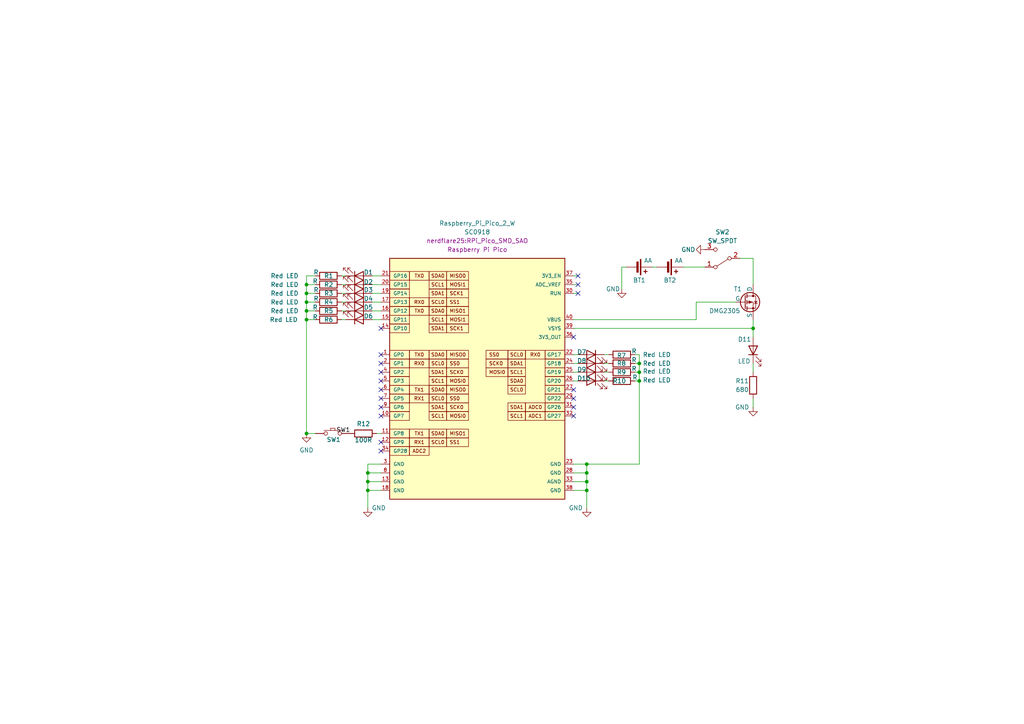
<source format=kicad_sch>
(kicad_sch (version 20231120) (generator "eeschema") (generator_version "8.0")
  (paper "A4")
  (lib_symbols
    (symbol ".badge24:Battery_Cell" (pin_numbers hide) (pin_names (offset 0) hide)
      (property "Reference" "BT" (at 2.54 2.54 0))
      (property "Value" "Battery_Cell" (at 2.54 0 0))
      (symbol "Battery_Cell_0_1"
        (rectangle (start -2.286 1.778) (end 2.286 1.524) (fill (type outline)))
        (rectangle (start -1.524 1.016) (end 1.524 0.508) (fill (type outline)))
        (polyline (pts (xy 0 0.762) (xy 0 0)))
        (polyline (pts (xy 0 1.778) (xy 0 2.54)))
        (polyline (pts (xy 0.762 3.048) (xy 1.778 3.048)) (stroke (width 0.254)))
        (polyline (pts (xy 1.27 3.556) (xy 1.27 2.54)) (stroke (width 0.254)))
      )
      (symbol "Battery_Cell_1_1"
        (pin passive line (at 0 5.08 270) (length 2.54) (name "+") (number "1"))
        (pin passive line (at 0 -2.54 90) (length 2.54) (name "-") (number "2"))
      )
    )
    (symbol ".badge24:DMG2305" (pin_numbers hide) (pin_names (offset 0))
      (property "Reference" "Q" (at 5.08 1.905 0))
      (property "Value" "DMG2305" (at 5.08 0 0))
      (symbol "DMG2305_0_1"
        (polyline (pts (xy 0.254 0) (xy -1.27 0)))
        (polyline (pts (xy 0.254 1.905) (xy 0.254 -1.905)) (stroke (width 0.254)))
        (polyline (pts (xy 0.762 -1.27) (xy 0.762 -2.286)) (stroke (width 0.254)))
        (polyline (pts (xy 0.762 0.508) (xy 0.762 -0.508)) (stroke (width 0.254)))
        (polyline (pts (xy 0.762 2.286) (xy 0.762 1.27)) (stroke (width 0.254)))
        (polyline (pts (xy 2.54 2.54) (xy 2.54 1.778)))
        (polyline (pts (xy 2.54 -2.54) (xy 2.54 0) (xy 0.762 0)))
        (polyline (pts (xy 0.762 1.778) (xy 3.302 1.778) (xy 3.302 -1.778) (xy 0.762 -1.778)))
        (polyline (pts (xy 2.286 0) (xy 1.27 0.381) (xy 1.27 -0.381) (xy 2.286 0)) (fill (type outline)))
        (polyline (pts (xy 2.794 -0.508) (xy 2.921 -0.381) (xy 3.683 -0.381) (xy 3.81 -0.254)))
        (polyline (pts (xy 3.302 -0.381) (xy 2.921 0.254) (xy 3.683 0.254) (xy 3.302 -0.381)))
        (circle (center 1.651 0) (radius 2.794) (stroke (width 0.254)))
        (circle (center 2.54 -1.778) (radius 0.254) (fill (type outline)))
        (circle (center 2.54 1.778) (radius 0.254) (fill (type outline)))
      )
      (symbol "DMG2305_1_1"
        (pin input line (at -2.54 0 0) (length 1.27) (name "G") (number "1"))
        (pin passive line (at 2.54 -5.08 90) (length 2.54) (name "S") (number "2"))
        (pin passive line (at 2.54 5.08 270) (length 2.54) (name "D") (number "3"))
      )
    )
    (symbol ".badge24:GND" (power) (pin_numbers hide) (pin_names (offset 0) hide)
      (property "Value" "GND" (at 0 -3.81 0))
      (symbol "GND_0_1"
        (polyline (pts (xy 0 0) (xy 0 -1.27) (xy 1.27 -1.27) (xy 0 -2.54) (xy -1.27 -1.27) (xy 0 -1.27)))
      )
      (symbol "GND_1_1"
        (pin power_in line (at 0 0 270) (length 0) (name "~") (number "1"))
      )
    )
    (symbol ".badge24:SW_Push" (pin_numbers hide) (pin_names (offset 1.016) hide)
      (property "Reference" "SW" (at 1.27 2.54 0))
      (property "Value" "SW_Push" (at 0 -1.524 0))
      (symbol "SW_Push_0_1"
        (circle (center -2.032 0) (radius 0.508))
        (polyline (pts (xy -0.635 0.889) (xy -0.635 1.524)))
        (polyline (pts (xy -0.635 1.524) (xy 0.635 1.524)))
        (polyline (pts (xy 0.635 0.889) (xy 0.635 1.524)))
        (polyline (pts (xy 2.54 0.889) (xy -2.54 0.889)))
        (circle (center 2.032 0) (radius 0.508))
        (pin passive line (at -5.08 0 0) (length 2.54) (name "1") (number "1"))
        (pin passive line (at 5.08 0 180) (length 2.54) (name "2") (number "2"))
      )
    )
    (symbol "Device:LED" (pin_numbers hide) (pin_names (offset 1.016) hide)
      (property "Reference" "D" (at 0 2.54 0))
      (property "Value" "LED" (at 0 -2.54 0))
      (symbol "LED_0_1"
        (polyline (pts (xy -1.27 -1.27) (xy -1.27 1.27)) (stroke (width 0.254)))
        (polyline (pts (xy -1.27 0) (xy 1.27 0)))
        (polyline (pts (xy 1.27 -1.27) (xy 1.27 1.27) (xy -1.27 0) (xy 1.27 -1.27)) (stroke (width 0.254)))
        (polyline (pts (xy -3.048 -0.762) (xy -4.572 -2.286) (xy -3.81 -2.286) (xy -4.572 -2.286) (xy -4.572 -1.524)))
        (polyline (pts (xy -1.778 -0.762) (xy -3.302 -2.286) (xy -2.54 -2.286) (xy -3.302 -2.286) (xy -3.302 -1.524)))
      )
      (symbol "LED_1_1"
        (pin passive line (at -3.81 0 0) (length 2.54) (name "K") (number "1"))
        (pin passive line (at 3.81 0 180) (length 2.54) (name "A") (number "2"))
      )
    )
    (symbol "Device:R" (pin_numbers hide) (pin_names (offset 0))
      (property "Reference" "R" (at 2.032 0 90))
      (property "Value" "R" (at 0 0 90))
      (symbol "R_0_1"
        (rectangle (start -1.016 -2.54) (end 1.016 2.54) (stroke (width 0.254)))
      )
      (symbol "R_1_1"
        (pin passive line (at 0 3.81 270) (length 1.27) (name "~") (number "1"))
        (pin passive line (at 0 -3.81 90) (length 1.27) (name "~") (number "2"))
      )
    )
    (symbol "NerdFlare25:SC0918" (pin_names (offset 1.016))
      (property "Reference" "A1" (at -24.13 55.88 0))
      (property "Value" "SC0918" (at 20.955 55.88 0))
      (property "Footprint" "Raspberry Pi:MODULE_SC0918" (at -1.27 59.69 0))
      (property "manufacturer" "Raspberry Pi Pico" (at -1.27 57.15 0))
      (symbol "SC0918_0_0"
        (text_box "ADC0" (at 13.97 12.7 0) (size 5.715 -2.54) (effects (font (size 1.016 1.016)) (justify left)))
        (text_box "ADC1" (at 13.97 10.16 0) (size 5.715 -2.54) (effects (font (size 1.016 1.016)) (justify left)))
        (text_box "ADC2" (at -13.97 0 0) (size -5.715 -2.54) (effects (font (size 1.016 1.016)) (justify left)))
        (text_box "MISO0" (at -8.89 17.78 0) (size 6.35 -2.54) (effects (font (size 1.016 1.016)) (justify left)))
        (text_box "MISO0" (at -8.89 27.94 0) (size 6.35 -2.54) (effects (font (size 1.016 1.016)) (justify left)))
        (text_box "MISO0" (at -2.54 50.8 0) (size -6.35 -2.54) (effects (font (size 1.016 1.016)) (justify left)))
        (text_box "MISO1" (at -8.89 5.08 0) (size 6.35 -2.54) (effects (font (size 1.016 1.016)) (justify left)))
        (text_box "MISO1" (at -8.89 38.1 0) (size 6.35 2.54) (effects (font (size 1.016 1.016)) (justify left)))
        (text_box "MOSI0" (at -8.89 10.16 0) (size 6.35 -2.54) (effects (font (size 1.016 1.016)) (justify left)))
        (text_box "MOSI0" (at -8.89 20.32 0) (size 6.35 -2.54) (effects (font (size 1.016 1.016)) (justify left)))
        (text_box "MOSI0" (at 2.54 22.86 0) (size 6.35 -2.54) (effects (font (size 1.016 1.016)) (justify left)))
        (text_box "MOSI1" (at -8.89 35.56 0) (size 6.35 2.54) (effects (font (size 1.016 1.016)) (justify left)))
        (text_box "MOSI1" (at -8.89 45.72 0) (size 6.35 2.54) (effects (font (size 1.016 1.016)) (justify left)))
        (text_box "RX0" (at -19.685 25.4 0) (size 5.715 -2.54) (effects (font (size 1.016 1.016))))
        (text_box "RX0" (at -19.685 40.64 0) (size 5.715 2.54) (effects (font (size 1.016 1.016))))
        (text_box "RX0" (at 13.97 27.94 0) (size 5.715 -2.54) (effects (font (size 1.016 1.016))))
        (text_box "RX1" (at -19.685 2.54 0) (size 5.715 -2.54) (effects (font (size 1.016 1.016))))
        (text_box "RX1" (at -19.685 15.24 0) (size 5.715 -2.54) (effects (font (size 1.016 1.016))))
        (text_box "SCK0" (at -8.89 12.7 0) (size 6.35 -2.54) (effects (font (size 1.016 1.016)) (justify left)))
        (text_box "SCK0" (at -8.89 22.86 0) (size 6.35 -2.54) (effects (font (size 1.016 1.016)) (justify left)))
        (text_box "SCK0" (at 2.54 25.4 0) (size 6.35 -2.54) (effects (font (size 1.016 1.016)) (justify left)))
        (text_box "SCK1" (at -8.89 33.02 0) (size 6.35 2.54) (effects (font (size 1.016 1.016)) (justify left)))
        (text_box "SCK1" (at -8.89 43.18 0) (size 6.35 2.54) (effects (font (size 1.016 1.016)) (justify left)))
        (text_box "SCL0" (at -13.97 2.54 0) (size 5.08 -2.54) (effects (font (size 1.016 1.016))))
        (text_box "SCL0" (at -13.97 15.24 0) (size 5.08 -2.54) (effects (font (size 1.016 1.016))))
        (text_box "SCL0" (at -13.97 25.4 0) (size 5.08 -2.54) (effects (font (size 1.016 1.016))))
        (text_box "SCL0" (at -13.97 40.64 0) (size 5.08 2.54) (effects (font (size 1.016 1.016))))
        (text_box "SCL0" (at 8.89 17.78 0) (size 5.08 -2.54) (effects (font (size 1.016 1.016))))
        (text_box "SCL0" (at 8.89 27.94 0) (size 5.08 -2.54) (effects (font (size 1.016 1.016))))
        (text_box "SCL1" (at -13.97 10.16 0) (size 5.08 -2.54) (effects (font (size 1.016 1.016))))
        (text_box "SCL1" (at -13.97 20.32 0) (size 5.08 -2.54) (effects (font (size 1.016 1.016))))
        (text_box "SCL1" (at -13.97 35.56 0) (size 5.08 2.54) (effects (font (size 1.016 1.016))))
        (text_box "SCL1" (at -13.97 45.72 0) (size 5.08 2.54) (effects (font (size 1.016 1.016))))
        (text_box "SCL1" (at 8.89 10.16 0) (size 5.08 -2.54) (effects (font (size 1.016 1.016))))
        (text_box "SCL1" (at 8.89 22.86 0) (size 5.08 -2.54) (effects (font (size 1.016 1.016))))
        (text_box "SDA0" (at -13.97 5.08 0) (size 5.08 -2.54) (effects (font (size 1.016 1.016))))
        (text_box "SDA0" (at -13.97 17.78 0) (size 5.08 -2.54) (effects (font (size 1.016 1.016))))
        (text_box "SDA0" (at -13.97 27.94 0) (size 5.08 -2.54) (effects (font (size 1.016 1.016))))
        (text_box "SDA0" (at -13.97 38.1 0) (size 5.08 2.54) (effects (font (size 1.016 1.016))))
        (text_box "SDA0" (at -8.89 50.8 0) (size -5.08 -2.54) (effects (font (size 1.016 1.016))))
        (text_box "SDA0" (at 8.89 20.32 0) (size 5.08 -2.54) (effects (font (size 1.016 1.016))))
        (text_box "SDA1" (at -13.97 12.7 0) (size 5.08 -2.54) (effects (font (size 1.016 1.016))))
        (text_box "SDA1" (at -13.97 22.86 0) (size 5.08 -2.54) (effects (font (size 1.016 1.016))))
        (text_box "SDA1" (at -13.97 33.02 0) (size 5.08 2.54) (effects (font (size 1.016 1.016))))
        (text_box "SDA1" (at -13.97 43.18 0) (size 5.08 2.54) (effects (font (size 1.016 1.016))))
        (text_box "SDA1" (at 8.89 12.7 0) (size 5.08 -2.54) (effects (font (size 1.016 1.016))))
        (text_box "SDA1" (at 8.89 25.4 0) (size 5.08 -2.54) (effects (font (size 1.016 1.016))))
        (text_box "SS0" (at -8.89 15.24 0) (size 6.35 -2.54) (effects (font (size 1.016 1.016)) (justify left)))
        (text_box "SS0" (at -8.89 25.4 0) (size 6.35 -2.54) (effects (font (size 1.016 1.016)) (justify left)))
        (text_box "SS0" (at 2.54 27.94 0) (size 6.35 -2.54) (effects (font (size 1.016 1.016)) (justify left)))
        (text_box "SS1" (at -8.89 2.54 0) (size 6.35 -2.54) (effects (font (size 1.016 1.016)) (justify left)))
        (text_box "SS1" (at -8.89 40.64 0) (size 6.35 2.54) (effects (font (size 1.016 1.016)) (justify left)))
        (text_box "TX0" (at -19.685 27.94 0) (size 5.715 -2.54) (effects (font (size 1.016 1.016))))
        (text_box "TX0" (at -19.685 38.1 0) (size 5.715 2.54) (effects (font (size 1.016 1.016))))
        (text_box "TX0" (at -13.97 50.8 0) (size -5.715 -2.54) (effects (font (size 1.016 1.016))))
        (text_box "TX1" (at -19.685 5.08 0) (size 5.715 -2.54) (effects (font (size 1.016 1.016))))
        (text_box "TX1" (at -19.685 17.78 0) (size 5.715 -2.54) (effects (font (size 1.016 1.016))))
        (pin bidirectional line (at -27.94 26.67 0) (length 2.54) (name "GP0") (number "1"))
        (pin bidirectional line (at -27.94 8.89 0) (length 2.54) (name "GP7") (number "10"))
        (pin bidirectional line (at -27.94 3.81 0) (length 2.54) (name "GP8") (number "11"))
        (pin bidirectional line (at -27.94 1.27 0) (length 2.54) (name "GP9") (number "12"))
        (pin power_in line (at -27.94 -10.16 0) (length 2.54) (name "GND") (number "13"))
        (pin bidirectional line (at -27.94 34.29 0) (length 2.54) (name "GP10") (number "14"))
        (pin bidirectional line (at -27.94 36.83 0) (length 2.54) (name "GP11") (number "15"))
        (pin bidirectional line (at -27.94 39.37 0) (length 2.54) (name "GP12") (number "16"))
        (pin bidirectional line (at -27.94 41.91 0) (length 2.54) (name "GP13") (number "17"))
        (pin power_in line (at -27.94 -12.7 0) (length 2.54) (name "GND") (number "18"))
        (pin bidirectional line (at -27.94 44.45 0) (length 2.54) (name "GP14") (number "19"))
        (pin bidirectional line (at -27.94 24.13 0) (length 2.54) (name "GP1") (number "2"))
        (pin bidirectional line (at -27.94 46.99 0) (length 2.54) (name "GP15") (number "20"))
        (pin bidirectional line (at -27.94 49.53 0) (length 2.54) (name "GP16") (number "21"))
        (pin bidirectional line (at 27.94 26.67 180) (length 2.54) (name "GP17") (number "22"))
        (pin power_in line (at 27.94 -5.08 180) (length 2.54) (name "GND") (number "23"))
        (pin bidirectional line (at 27.94 24.13 180) (length 2.54) (name "GP18") (number "24"))
        (pin bidirectional line (at 27.94 21.59 180) (length 2.54) (name "GP19") (number "25"))
        (pin bidirectional line (at 27.94 19.05 180) (length 2.54) (name "GP20") (number "26"))
        (pin bidirectional line (at 27.94 16.51 180) (length 2.54) (name "GP21") (number "27"))
        (pin power_in line (at 27.94 -7.62 180) (length 2.54) (name "GND") (number "28"))
        (pin bidirectional line (at 27.94 13.97 180) (length 2.54) (name "GP22") (number "29"))
        (pin power_in line (at -27.94 -5.08 0) (length 2.54) (name "GND") (number "3"))
        (pin input line (at 27.94 44.45 180) (length 2.54) (name "RUN") (number "30"))
        (pin bidirectional line (at 27.94 11.43 180) (length 2.54) (name "GP26") (number "31"))
        (pin bidirectional line (at 27.94 8.89 180) (length 2.54) (name "GP27") (number "32"))
        (pin power_in line (at 27.94 -10.16 180) (length 2.54) (name "AGND") (number "33"))
        (pin bidirectional line (at -27.94 -1.27 0) (length 2.54) (name "GP28") (number "34"))
        (pin power_in line (at 27.94 46.99 180) (length 2.54) (name "ADC_VREF") (number "35"))
        (pin power_in line (at 27.94 31.75 180) (length 2.54) (name "3V3_OUT") (number "36"))
        (pin input line (at 27.94 49.53 180) (length 2.54) (name "3V3_EN") (number "37"))
        (pin power_in line (at 27.94 -12.7 180) (length 2.54) (name "GND") (number "38"))
        (pin free line (at 27.94 34.29 180) (length 2.54) (name "VSYS") (number "39"))
        (pin bidirectional line (at -27.94 21.59 0) (length 2.54) (name "GP2") (number "4"))
        (pin free line (at 27.94 36.83 180) (length 2.54) (name "VBUS") (number "40"))
        (pin bidirectional line (at -27.94 19.05 0) (length 2.54) (name "GP3") (number "5"))
        (pin bidirectional line (at -27.94 16.51 0) (length 2.54) (name "GP4") (number "6"))
        (pin bidirectional line (at -27.94 13.97 0) (length 2.54) (name "GP5") (number "7"))
        (pin power_in line (at -27.94 -7.62 0) (length 2.54) (name "GND") (number "8"))
        (pin bidirectional line (at -27.94 11.43 0) (length 2.54) (name "GP6") (number "9"))
      )
      (symbol "SC0918_0_1"
        (rectangle (start -25.4 2.54) (end -19.685 0))
        (rectangle (start -25.4 5.08) (end -19.685 2.54))
        (rectangle (start -25.4 10.16) (end -19.685 7.62))
        (rectangle (start -25.4 12.7) (end -19.685 10.16))
        (rectangle (start -25.4 15.24) (end -19.685 12.7))
        (rectangle (start -25.4 17.78) (end -19.685 15.24))
        (rectangle (start -25.4 20.32) (end -19.685 17.78))
        (rectangle (start -25.4 22.86) (end -19.685 20.32))
        (rectangle (start -25.4 25.4) (end -19.685 22.86))
        (rectangle (start -25.4 27.94) (end -19.685 25.4))
        (rectangle (start -25.4 33.02) (end -19.685 35.56))
        (rectangle (start -25.4 35.56) (end -19.685 38.1))
        (rectangle (start -25.4 38.1) (end -19.685 40.64))
        (rectangle (start -25.4 40.64) (end -19.685 43.18))
        (rectangle (start -25.4 43.18) (end -19.685 45.72))
        (rectangle (start -25.4 45.72) (end -19.685 48.26))
        (rectangle (start -19.685 0) (end -25.4 -2.54))
        (rectangle (start -19.685 50.8) (end -25.4 48.26))
        (rectangle (start 19.685 10.16) (end 25.4 7.62))
        (rectangle (start 19.685 12.7) (end 25.4 10.16))
        (rectangle (start 19.685 15.24) (end 25.4 12.7))
        (rectangle (start 19.685 17.78) (end 25.4 15.24))
        (rectangle (start 19.685 20.32) (end 25.4 17.78))
        (rectangle (start 19.685 22.86) (end 25.4 20.32))
        (rectangle (start 19.685 25.4) (end 25.4 22.86))
        (rectangle (start 19.685 27.94) (end 25.4 25.4))
      )
      (symbol "SC0918_1_0"
        (rectangle (start -25.4 54.61) (end 25.4 -15.24) (stroke (width 0.254)) (fill (type background)))
      )
    )
    (symbol "Switch:SW_SPDT" (pin_names (offset 0) hide)
      (property "Reference" "SW" (at 0 4.318 0))
      (property "Value" "SW_SPDT" (at 0 -5.08 0))
      (symbol "SW_SPDT_0_0"
        (circle (center -2.032 0) (radius 0.508))
        (circle (center 2.032 -2.54) (radius 0.508))
      )
      (symbol "SW_SPDT_0_1"
        (polyline (pts (xy -1.524 0.254) (xy 1.651 2.286)))
        (circle (center 2.032 2.54) (radius 0.508))
      )
      (symbol "SW_SPDT_1_1"
        (pin passive line (at 5.08 2.54 180) (length 2.54) (name "A") (number "1"))
        (pin passive line (at -5.08 0 0) (length 2.54) (name "B") (number "2"))
        (pin passive line (at 5.08 -2.54 180) (length 2.54) (name "C") (number "3"))
      )
    )
  )
  (junction (at 88.9 82.55))
  (junction (at 170.18 139.7))
  (junction (at 88.9 85.09))
  (junction (at 106.68 139.7))
  (junction (at 88.9 90.17))
  (junction (at 185.42 110.49))
  (junction (at 170.18 134.62))
  (junction (at 170.18 137.16))
  (junction (at 106.68 142.24))
  (junction (at 88.9 87.63))
  (junction (at 218.44 95.25))
  (junction (at 185.42 105.41))
  (junction (at 185.42 107.95))
  (junction (at 170.18 142.24))
  (junction (at 106.68 137.16))
  (junction (at 88.9 92.71))
  (junction (at 88.9 125.73))
  (no_connect (at 167.64 82.55))
  (no_connect (at 166.37 97.79))
  (no_connect (at 110.49 95.25))
  (no_connect (at 110.49 128.27))
  (no_connect (at 166.37 120.65))
  (no_connect (at 110.49 115.57))
  (no_connect (at 166.37 113.03))
  (no_connect (at 110.49 120.65))
  (no_connect (at 110.49 118.11))
  (no_connect (at 110.49 130.81))
  (no_connect (at 167.64 80.01))
  (no_connect (at 110.49 107.95))
  (no_connect (at 110.49 105.41))
  (no_connect (at 167.64 85.09))
  (no_connect (at 166.37 118.11))
  (no_connect (at 110.49 110.49))
  (no_connect (at 110.49 102.87))
  (no_connect (at 166.37 115.57))
  (no_connect (at 110.49 113.03))
  (wire (pts (xy 88.9 92.71) (xy 88.9 125.73)))
  (wire (pts (xy 166.37 102.87) (xy 167.64 102.87)))
  (wire (pts (xy 180.34 77.47) (xy 180.34 83.82)))
  (wire (pts (xy 166.37 139.7) (xy 170.18 139.7)))
  (wire (pts (xy 181.61 77.47) (xy 180.34 77.47)))
  (wire (pts (xy 106.68 134.62) (xy 106.68 137.16)))
  (wire (pts (xy 175.26 110.49) (xy 176.53 110.49)))
  (wire (pts (xy 100.33 87.63) (xy 99.06 87.63)))
  (wire (pts (xy 88.9 85.09) (xy 88.9 87.63)))
  (wire (pts (xy 184.15 102.87) (xy 185.42 102.87)))
  (wire (pts (xy 166.37 107.95) (xy 167.64 107.95)))
  (wire (pts (xy 166.37 85.09) (xy 167.64 85.09)))
  (wire (pts (xy 185.42 107.95) (xy 185.42 110.49)))
  (wire (pts (xy 166.37 105.41) (xy 167.64 105.41)))
  (wire (pts (xy 218.44 115.57) (xy 218.44 118.11)))
  (wire (pts (xy 88.9 85.09) (xy 91.44 85.09)))
  (wire (pts (xy 106.68 137.16) (xy 110.49 137.16)))
  (wire (pts (xy 184.15 105.41) (xy 185.42 105.41)))
  (wire (pts (xy 88.9 80.01) (xy 88.9 82.55)))
  (wire (pts (xy 106.68 142.24) (xy 106.68 147.32)))
  (wire (pts (xy 185.42 105.41) (xy 185.42 107.95)))
  (wire (pts (xy 166.37 137.16) (xy 170.18 137.16)))
  (wire (pts (xy 88.9 82.55) (xy 91.44 82.55)))
  (wire (pts (xy 170.18 142.24) (xy 170.18 147.32)))
  (wire (pts (xy 218.44 92.71) (xy 218.44 95.25)))
  (wire (pts (xy 175.26 102.87) (xy 176.53 102.87)))
  (wire (pts (xy 88.9 87.63) (xy 88.9 90.17)))
  (wire (pts (xy 99.06 80.01) (xy 100.33 80.01)))
  (wire (pts (xy 106.68 142.24) (xy 110.49 142.24)))
  (wire (pts (xy 110.49 82.55) (xy 107.95 82.55)))
  (wire (pts (xy 107.95 92.71) (xy 110.49 92.71)))
  (wire (pts (xy 100.33 85.09) (xy 99.06 85.09)))
  (wire (pts (xy 88.9 90.17) (xy 88.9 92.71)))
  (wire (pts (xy 170.18 134.62) (xy 170.18 137.16)))
  (wire (pts (xy 190.5 77.47) (xy 189.23 77.47)))
  (wire (pts (xy 88.9 80.01) (xy 91.44 80.01)))
  (wire (pts (xy 218.44 97.79) (xy 218.44 95.25)))
  (wire (pts (xy 106.68 134.62) (xy 110.49 134.62)))
  (wire (pts (xy 201.93 87.63) (xy 201.93 92.71)))
  (wire (pts (xy 106.68 139.7) (xy 110.49 139.7)))
  (wire (pts (xy 175.26 105.41) (xy 176.53 105.41)))
  (wire (pts (xy 185.42 102.87) (xy 185.42 105.41)))
  (wire (pts (xy 107.95 87.63) (xy 110.49 87.63)))
  (wire (pts (xy 170.18 137.16) (xy 170.18 139.7)))
  (wire (pts (xy 100.33 82.55) (xy 99.06 82.55)))
  (wire (pts (xy 107.95 90.17) (xy 110.49 90.17)))
  (wire (pts (xy 213.36 87.63) (xy 201.93 87.63)))
  (wire (pts (xy 175.26 107.95) (xy 176.53 107.95)))
  (wire (pts (xy 166.37 92.71) (xy 201.93 92.71)))
  (wire (pts (xy 170.18 139.7) (xy 170.18 142.24)))
  (wire (pts (xy 107.95 85.09) (xy 110.49 85.09)))
  (wire (pts (xy 166.37 95.25) (xy 218.44 95.25)))
  (wire (pts (xy 91.44 90.17) (xy 88.9 90.17)))
  (wire (pts (xy 214.63 74.93) (xy 218.44 74.93)))
  (wire (pts (xy 166.37 134.62) (xy 170.18 134.62)))
  (wire (pts (xy 107.95 80.01) (xy 110.49 80.01)))
  (wire (pts (xy 185.42 110.49) (xy 185.42 134.62)))
  (wire (pts (xy 184.15 110.49) (xy 185.42 110.49)))
  (wire (pts (xy 100.33 92.71) (xy 99.06 92.71)))
  (wire (pts (xy 106.68 139.7) (xy 106.68 142.24)))
  (wire (pts (xy 218.44 105.41) (xy 218.44 107.95)))
  (wire (pts (xy 91.44 92.71) (xy 88.9 92.71)))
  (wire (pts (xy 166.37 110.49) (xy 167.64 110.49)))
  (wire (pts (xy 88.9 82.55) (xy 88.9 85.09)))
  (wire (pts (xy 218.44 74.93) (xy 218.44 82.55)))
  (wire (pts (xy 106.68 137.16) (xy 106.68 139.7)))
  (wire (pts (xy 88.9 125.73) (xy 91.44 125.73)))
  (wire (pts (xy 109.22 125.73) (xy 110.49 125.73)))
  (wire (pts (xy 167.64 82.55) (xy 166.37 82.55)))
  (wire (pts (xy 166.37 142.24) (xy 170.18 142.24)))
  (wire (pts (xy 184.15 107.95) (xy 185.42 107.95)))
  (wire (pts (xy 185.42 134.62) (xy 170.18 134.62)))
  (wire (pts (xy 100.33 90.17) (xy 99.06 90.17)))
  (wire (pts (xy 198.12 77.47) (xy 204.47 77.47)))
  (wire (pts (xy 167.64 80.01) (xy 166.37 80.01)))
  (wire (pts (xy 91.44 87.63) (xy 88.9 87.63)))
  (label "SW1" (at 101.6 125.73 180))
  (symbol (lib_id "Device:R") (at 180.34 102.87 90) (mirror x) (unit 1)
    (property "Reference" "R7" (at 181.61 103.124 90) (effects (justify left)))
    (property "Value" "R" (at 184.658 101.854 90) (effects (justify left)))
    (property "Footprint" "Resistor_SMD:R_1206_3216Metric_Pad1.30x1.75mm_HandSolder" (effects (hide yes)))
    (property "Description" "Resistor" (effects (hide yes)))
  )
  (symbol (lib_id "Device:R") (at 180.34 110.49 90) (mirror x) (unit 1)
    (property "Reference" "R10" (at 181.61 110.49 90) (effects (justify left)))
    (property "Value" "R" (at 184.912 109.474 90) (effects (justify left)))
    (property "Footprint" "Resistor_SMD:R_1206_3216Metric_Pad1.30x1.75mm_HandSolder" (effects (hide yes)))
    (property "Description" "Resistor" (effects (hide yes)))
  )
  (symbol (lib_id "Device:LED") (at 218.44 101.6 90) (unit 1)
    (property "Reference" "D11" (at 213.995 98.425 90) (effects (font (thickness 0.1588)) (justify right)))
    (property "Value" "LED" (at 213.995 104.775 90) (effects (justify right)))
    (property "Footprint" "LED_SMD:LED_0805_2012Metric_Pad1.15x1.40mm_HandSolder" (effects (hide yes)))
    (property "Description" "Light emitting diode" (effects (hide yes)))
  )
  (symbol (lib_id ".badge24:Battery_Cell") (at 193.04 77.47 270) (unit 1)
    (property "Reference" "BT2" (at 194.31 81.28 90) (effects (font (thickness 0.1588))))
    (property "Value" "AA" (at 196.85 75.565 90))
    (property "Footprint" "nerdflare25:BatteryHolder_Keystone_2460_1xAA_SAO" (effects (hide yes)))
    (property "Datasheet" "https://www.keyelco.com/userAssets/file/M65p28.pdf" (effects (hide yes)))
    (property "Description" "Single-cell battery" (effects (hide yes)))
  )
  (symbol (lib_id "Device:LED") (at 171.45 102.87 0) (mirror y) (unit 1)
    (property "Reference" "D7" (at 167.386 102.108 0) (effects (justify right)))
    (property "Value" "Red LED" (at 186.436 102.87 0) (effects (justify right)))
    (property "Footprint" "nerdflare25:Wurth WL-SMSW Series SMT Mono-color Side view LED" (effects (hide yes)))
    (property "Datasheet" "https://www.we-online.com/components/products/datasheet/155124BS73200.pdf" (effects (hide yes)))
    (property "Description" "Light emitting diode" (effects (hide yes)))
  )
  (symbol (lib_id "Device:R") (at 218.44 111.76 0) (unit 1)
    (property "Reference" "R11" (at 215.265 110.49 0) (effects (font (thickness 0.1588))))
    (property "Value" "680" (at 215.265 113.03 0))
    (property "Footprint" "Resistor_SMD:R_1206_3216Metric_Pad1.30x1.75mm_HandSolder" (effects (hide yes)))
    (property "Description" "Resistor" (effects (hide yes)))
  )
  (symbol (lib_id "Device:LED") (at 104.14 92.71 0) (mirror x) (unit 1)
    (property "Reference" "D6" (at 108.204 91.694 0) (effects (justify right)))
    (property "Value" "Red LED" (at 86.36 92.71 0) (effects (justify right)))
    (property "Footprint" "nerdflare25:Wurth WL-SMSW Series SMT Mono-color Side view LED" (effects (hide yes)))
    (property "Datasheet" "https://www.we-online.com/components/products/datasheet/155124BS73200.pdf" (effects (hide yes)))
    (property "Description" "Light emitting diode" (effects (hide yes)))
  )
  (symbol (lib_id "Device:R") (at 180.34 105.41 90) (mirror x) (unit 1)
    (property "Reference" "R8" (at 181.61 105.41 90) (effects (justify left)))
    (property "Value" "R" (at 184.658 104.394 90) (effects (justify left)))
    (property "Footprint" "Resistor_SMD:R_1206_3216Metric_Pad1.30x1.75mm_HandSolder" (effects (hide yes)))
    (property "Description" "Resistor" (effects (hide yes)))
  )
  (symbol (lib_id "Device:LED") (at 171.45 105.41 0) (mirror y) (unit 1)
    (property "Reference" "D8" (at 167.386 104.648 0) (effects (justify right)))
    (property "Value" "Red LED" (at 186.436 105.41 0) (effects (justify right)))
    (property "Footprint" "nerdflare25:Wurth WL-SMSW Series SMT Mono-color Side view LED" (effects (hide yes)))
    (property "Datasheet" "https://www.we-online.com/components/products/datasheet/155124BS73200.pdf" (effects (hide yes)))
    (property "Description" "Light emitting diode" (effects (hide yes)))
  )
  (symbol (lib_id "Device:R") (at 95.25 80.01 270) (mirror x) (unit 1)
    (property "Reference" "R1" (at 93.98 80.01 90) (effects (justify left)))
    (property "Value" "R" (at 90.932 78.994 90) (effects (justify left)))
    (property "Footprint" "Resistor_SMD:R_1206_3216Metric_Pad1.30x1.75mm_HandSolder" (effects (hide yes)))
    (property "Description" "Resistor" (effects (hide yes)))
  )
  (symbol (lib_id ".badge24:GND") (at 218.44 118.11 0) (mirror y) (unit 1)
    (property "Reference" "#PWR6" (effects (hide yes)))
    (property "Value" "GND" (at 215.265 118.11 0))
    (property "Description" "Power symbol creates a global label with name \"GND\" , ground" (effects (hide yes)))
  )
  (symbol (lib_id "Device:R") (at 95.25 82.55 270) (mirror x) (unit 1)
    (property "Reference" "R2" (at 93.98 82.55 90) (effects (justify left)))
    (property "Value" "R" (at 90.678 81.534 90) (effects (justify left)))
    (property "Footprint" "Resistor_SMD:R_1206_3216Metric_Pad1.30x1.75mm_HandSolder" (effects (hide yes)))
    (property "Description" "Resistor" (effects (hide yes)))
  )
  (symbol (lib_id "Device:LED") (at 104.14 82.55 0) (mirror x) (unit 1)
    (property "Reference" "D2" (at 108.204 81.788 0) (effects (justify right)))
    (property "Value" "Red LED" (at 86.614 82.55 0) (effects (justify right)))
    (property "Footprint" "nerdflare25:Wurth WL-SMSW Series SMT Mono-color Side view LED" (effects (hide yes)))
    (property "Datasheet" "https://www.we-online.com/components/products/datasheet/155124BS73200.pdf" (effects (hide yes)))
    (property "Description" "Light emitting diode" (effects (hide yes)))
  )
  (symbol (lib_id "Device:R") (at 95.25 87.63 270) (mirror x) (unit 1)
    (property "Reference" "R4" (at 93.98 87.63 90) (effects (justify left)))
    (property "Value" "R" (at 90.932 86.614 90) (effects (justify left)))
    (property "Footprint" "Resistor_SMD:R_1206_3216Metric_Pad1.30x1.75mm_HandSolder" (effects (hide yes)))
    (property "Description" "Resistor" (effects (hide yes)))
  )
  (symbol (lib_id "Device:LED") (at 104.14 90.17 0) (mirror x) (unit 1)
    (property "Reference" "D5" (at 108.204 89.154 0) (effects (justify right)))
    (property "Value" "Red LED" (at 86.614 90.17 0) (effects (justify right)))
    (property "Footprint" "nerdflare25:Wurth WL-SMSW Series SMT Mono-color Side view LED" (effects (hide yes)))
    (property "Datasheet" "https://www.we-online.com/components/products/datasheet/155124BS73200.pdf" (effects (hide yes)))
    (property "Description" "Light emitting diode" (effects (hide yes)))
  )
  (symbol (lib_id "Device:LED") (at 104.14 87.63 0) (mirror x) (unit 1)
    (property "Reference" "D4" (at 108.204 86.614 0) (effects (justify right)))
    (property "Value" "Red LED" (at 86.614 87.63 0) (effects (justify right)))
    (property "Footprint" "nerdflare25:Wurth WL-SMSW Series SMT Mono-color Side view LED" (effects (hide yes)))
    (property "Datasheet" "https://www.we-online.com/components/products/datasheet/155124BS73200.pdf" (effects (hide yes)))
    (property "Description" "Light emitting diode" (effects (hide yes)))
  )
  (symbol (lib_id "Switch:SW_SPDT") (at 209.55 74.93 180) (unit 1)
    (property "Reference" "SW2" (at 209.55 67.31 0))
    (property "Value" "SW_SPDT" (at 209.55 69.85 0))
    (property "Footprint" "Button_Switch_SMD:SW_SPDT_PCM12" (effects (hide yes)))
    (property "Datasheet" "https://www.ckswitches.com/media/1424/pcm.pdf" (effects (hide yes)))
  )
  (symbol (lib_id "Device:LED") (at 171.45 107.95 0) (mirror y) (unit 1)
    (property "Reference" "D9" (at 167.386 107.188 0) (effects (justify right)))
    (property "Value" "Red LED" (at 186.436 107.696 0) (effects (justify right)))
    (property "Footprint" "nerdflare25:Wurth WL-SMSW Series SMT Mono-color Side view LED" (effects (hide yes)))
    (property "Datasheet" "https://www.we-online.com/components/products/datasheet/155124BS73200.pdf" (effects (hide yes)))
    (property "Description" "Light emitting diode" (effects (hide yes)))
  )
  (symbol (lib_id "Device:LED") (at 104.14 85.09 0) (mirror x) (unit 1)
    (property "Reference" "D3" (at 108.204 84.074 0) (effects (justify right)))
    (property "Value" "Red LED" (at 86.614 85.09 0) (effects (justify right)))
    (property "Footprint" "nerdflare25:Wurth WL-SMSW Series SMT Mono-color Side view LED" (effects (hide yes)))
    (property "Datasheet" "https://www.we-online.com/components/products/datasheet/155124BS73200.pdf" (effects (hide yes)))
    (property "Description" "Light emitting diode" (effects (hide yes)))
  )
  (symbol (lib_id ".badge24:GND") (at 204.47 72.39 270) (mirror x) (unit 1)
    (property "Reference" "#PWR5" (effects (hide yes)))
    (property "Value" "GND" (at 199.644 72.39 90))
    (property "Description" "Power symbol creates a global label with name \"GND\" , ground" (effects (hide yes)))
  )
  (symbol (lib_id ".badge24:Battery_Cell") (at 184.15 77.47 270) (unit 1)
    (property "Reference" "BT1" (at 185.42 81.28 90) (effects (font (thickness 0.1588))))
    (property "Value" "AA" (at 187.96 75.565 90))
    (property "Footprint" "nerdflare25:BatteryHolder_Keystone_2460_1xAA_SAO" (effects (hide yes)))
    (property "Datasheet" "https://www.keyelco.com/userAssets/file/M65p28.pdf" (effects (hide yes)))
    (property "Description" "Single-cell battery" (effects (hide yes)))
  )
  (symbol (lib_id "NerdFlare25:SC0918") (at 138.43 129.54 0) (unit 1)
    (property "Reference" "Raspberry_Pi_Pico_2_W" (at 138.43 64.77 0))
    (property "Value" "SC0918" (at 138.43 67.31 0))
    (property "Footprint" "nerdflare25:RPi_Pico_SMD_SAO" (at 138.43 69.85 0))
    (property "Datasheet" "https://datasheets.raspberrypi.com/picow/pico-2-w-datasheet.pdf" (effects (hide yes)))
    (property "manufacturer" "Raspberry Pi Pico" (at 138.43 72.39 0))
    (property "P/N" "SC0918" (effects (hide yes)))
    (property "PARTREV" "1.6" (effects (hide yes)))
    (property "MAXIMUM_PACKAGE_HEIGHT" "3.73mm" (effects (hide yes)))
  )
  (symbol (lib_id ".badge24:GND") (at 88.9 125.73 0) (unit 1)
    (property "Reference" "#PWR1" (effects (hide yes)))
    (property "Value" "GND" (at 88.9 130.556 0))
    (property "Description" "Power symbol creates a global label with name \"GND\" , ground" (effects (hide yes)))
  )
  (symbol (lib_id "Device:LED") (at 104.14 80.01 0) (mirror x) (unit 1)
    (property "Reference" "D1" (at 108.204 78.994 0) (effects (justify right)))
    (property "Value" "Red LED" (at 86.614 80.01 0) (effects (justify right)))
    (property "Footprint" "nerdflare25:Wurth WL-SMSW Series SMT Mono-color Side view LED" (effects (hide yes)))
    (property "Datasheet" "https://www.we-online.com/components/products/datasheet/155124BS73200.pdf" (effects (hide yes)))
    (property "Description" "Light emitting diode" (effects (hide yes)))
  )
  (symbol (lib_id "Device:R") (at 95.25 92.71 270) (mirror x) (unit 1)
    (property "Reference" "R6" (at 93.98 92.71 90) (effects (justify left)))
    (property "Value" "R" (at 90.678 91.948 90) (effects (justify left)))
    (property "Footprint" "Resistor_SMD:R_1206_3216Metric_Pad1.30x1.75mm_HandSolder" (effects (hide yes)))
    (property "Description" "Resistor" (effects (hide yes)))
  )
  (symbol (lib_id ".badge24:DMG2305") (at 215.9 87.63 0) (unit 1)
    (property "Reference" "T1" (at 213.995 83.82 0) (effects (font (thickness 0.1588))))
    (property "Value" "DMG2305" (at 210.185 90.17 0))
    (property "Footprint" "nerdflare25:SOT-23_SAO" (effects (hide yes)))
    (property "Datasheet" "https://www.diodes.com/assets/Datasheets/DMG2305UX.pdf" (effects (hide yes)))
    (property "Description" "-5A Id, -20V Vds, P-Channel MOSFET, SOT-23" (effects (hide yes)))
  )
  (symbol (lib_id ".badge24:GND") (at 106.68 147.32 0) (unit 1)
    (property "Reference" "#PWR2" (effects (hide yes)))
    (property "Value" "GND" (at 109.855 147.32 0))
    (property "Description" "Power symbol creates a global label with name \"GND\" , ground" (effects (hide yes)))
  )
  (symbol (lib_id ".badge24:GND") (at 170.18 147.32 0) (mirror y) (unit 1)
    (property "Reference" "#PWR3" (effects (hide yes)))
    (property "Value" "GND" (at 167.005 147.32 0))
    (property "Description" "Power symbol creates a global label with name \"GND\" , ground" (effects (hide yes)))
  )
  (symbol (lib_id "Device:LED") (at 171.45 110.49 0) (mirror y) (unit 1)
    (property "Reference" "D10" (at 167.386 109.728 0) (effects (justify right)))
    (property "Value" "Red LED" (at 186.436 110.236 0) (effects (justify right)))
    (property "Footprint" "nerdflare25:Wurth WL-SMSW Series SMT Mono-color Side view LED" (effects (hide yes)))
    (property "Datasheet" "https://www.we-online.com/components/products/datasheet/155124BS73200.pdf" (effects (hide yes)))
    (property "Description" "Light emitting diode" (effects (hide yes)))
  )
  (symbol (lib_id ".badge24:GND") (at 180.34 83.82 0) (mirror y) (unit 1)
    (property "Reference" "#PWR4" (effects (hide yes)))
    (property "Value" "GND" (at 177.8 83.82 0))
    (property "Description" "Power symbol creates a global label with name \"GND\" , ground" (effects (hide yes)))
  )
  (symbol (lib_id ".badge24:SW_Push") (at 96.52 125.73 0) (unit 1)
    (property "Reference" "SW1" (at 96.774 127.508 0) (effects (font (thickness 0.1588))))
    (property "Value" "SW_Push" (effects (hide yes)))
    (property "Footprint" "nerdflare25:SW_SPST_PTS645_SAO" (effects (hide yes)))
    (property "Datasheet" "https://www.ckswitches.com/media/1471/pts645.pdf" (effects (hide yes)))
    (property "Description" "Push button switch, generic, two pins" (effects (hide yes)))
  )
  (symbol (lib_id "Device:R") (at 105.41 125.73 90) (unit 1)
    (property "Reference" "R12" (at 105.41 122.936 90) (effects (font (thickness 0.1588))))
    (property "Value" "100R" (at 105.41 127.635 90))
    (property "Footprint" "Resistor_SMD:R_1206_3216Metric_Pad1.30x1.75mm_HandSolder" (effects (hide yes)))
    (property "Description" "Resistor" (effects (hide yes)))
  )
  (symbol (lib_id "Device:R") (at 95.25 85.09 270) (mirror x) (unit 1)
    (property "Reference" "R3" (at 93.98 85.09 90) (effects (justify left)))
    (property "Value" "R" (at 90.932 84.074 90) (effects (justify left)))
    (property "Footprint" "Resistor_SMD:R_1206_3216Metric_Pad1.30x1.75mm_HandSolder" (effects (hide yes)))
    (property "Description" "Resistor" (effects (hide yes)))
  )
  (symbol (lib_id "Device:R") (at 180.34 107.95 90) (mirror x) (unit 1)
    (property "Reference" "R9" (at 181.61 107.95 90) (effects (justify left)))
    (property "Value" "R" (at 184.658 106.934 90) (effects (justify left)))
    (property "Footprint" "Resistor_SMD:R_1206_3216Metric_Pad1.30x1.75mm_HandSolder" (effects (hide yes)))
    (property "Description" "Resistor" (effects (hide yes)))
  )
  (symbol (lib_id "Device:R") (at 95.25 90.17 270) (mirror x) (unit 1)
    (property "Reference" "R5" (at 93.98 90.17 90) (effects (justify left)))
    (property "Value" "R" (at 90.678 89.154 90) (effects (justify left)))
    (property "Footprint" "Resistor_SMD:R_1206_3216Metric_Pad1.30x1.75mm_HandSolder" (effects (hide yes)))
    (property "Description" "Resistor" (effects (hide yes)))
  )
)
</source>
